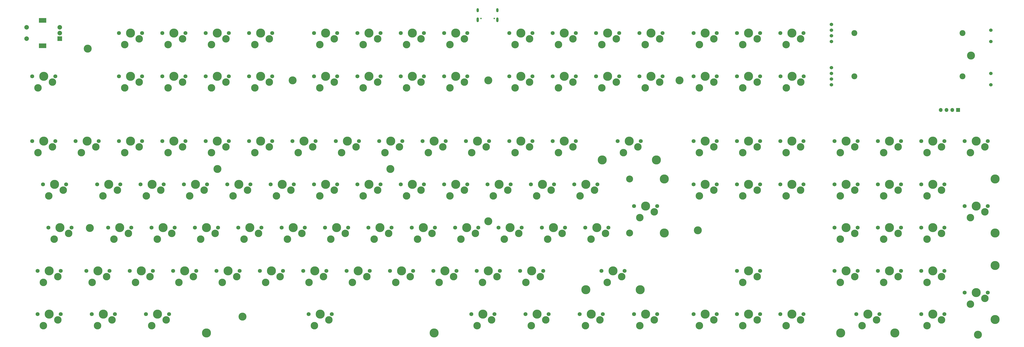
<source format=gbr>
%TF.GenerationSoftware,KiCad,Pcbnew,8.0.8*%
%TF.CreationDate,2025-04-23T12:27:24+02:00*%
%TF.ProjectId,Clavier,436c6176-6965-4722-9e6b-696361645f70,0.0*%
%TF.SameCoordinates,Original*%
%TF.FileFunction,Soldermask,Top*%
%TF.FilePolarity,Negative*%
%FSLAX46Y46*%
G04 Gerber Fmt 4.6, Leading zero omitted, Abs format (unit mm)*
G04 Created by KiCad (PCBNEW 8.0.8) date 2025-04-23 12:27:24*
%MOMM*%
%LPD*%
G01*
G04 APERTURE LIST*
%ADD10C,3.048000*%
%ADD11C,3.987800*%
%ADD12R,2.000000X2.000000*%
%ADD13C,2.000000*%
%ADD14R,3.200000X2.000000*%
%ADD15C,1.524000*%
%ADD16C,2.600000*%
%ADD17C,1.750000*%
%ADD18C,3.300000*%
%ADD19C,3.500000*%
%ADD20R,1.700000X1.700000*%
%ADD21O,1.700000X1.700000*%
%ADD22C,0.650000*%
%ADD23O,1.000000X1.800000*%
%ADD24O,1.000000X2.100000*%
G04 APERTURE END LIST*
D10*
%TO.C,S2*%
X356473750Y-185578750D03*
X356473750Y-209391250D03*
D11*
X371713750Y-185578750D03*
X371713750Y-209391250D03*
%TD*%
%TO.C,S1*%
X344408750Y-177165000D03*
X368221250Y-177165000D03*
%TD*%
%TO.C,S7*%
X449183750Y-253365000D03*
X472996250Y-253365000D03*
%TD*%
D12*
%TO.C,SW3*%
X106140000Y-123785000D03*
D13*
X106140000Y-118785000D03*
X106140000Y-121285000D03*
D14*
X98640000Y-126885000D03*
X98640000Y-115685000D03*
D13*
X91640000Y-118785000D03*
X91640000Y-123785000D03*
%TD*%
D11*
%TO.C,S5*%
X516970000Y-247491250D03*
X516970000Y-223678750D03*
%TD*%
%TO.C,S6*%
X170577500Y-253365000D03*
X270590000Y-253365000D03*
%TD*%
%TO.C,S3*%
X516970000Y-209391250D03*
X516970000Y-185578750D03*
%TD*%
%TO.C,S4*%
X337265000Y-234315000D03*
X361077500Y-234315000D03*
%TD*%
D15*
%TO.C,RV2*%
X445140000Y-139085000D03*
X445140000Y-136585000D03*
X515140000Y-139085000D03*
X445140000Y-144085000D03*
X445140000Y-141585000D03*
X515140000Y-144085000D03*
D16*
X455140000Y-140335000D03*
X502640000Y-140335000D03*
%TD*%
D15*
%TO.C,RV1*%
X445140000Y-120035000D03*
X445140000Y-117535000D03*
X515140000Y-120035000D03*
X445140000Y-125035000D03*
X445140000Y-122535000D03*
X515140000Y-125035000D03*
D16*
X455140000Y-121285000D03*
X502640000Y-121285000D03*
%TD*%
D17*
%TO.C,MX42*%
X284560000Y-168910000D03*
D11*
X289640000Y-168910000D03*
D17*
X294720000Y-168910000D03*
D18*
X293450000Y-171450000D03*
X287100000Y-173990000D03*
%TD*%
D17*
%TO.C,MX60*%
X236935000Y-187960000D03*
D11*
X242015000Y-187960000D03*
D17*
X247095000Y-187960000D03*
D18*
X245825000Y-190500000D03*
X239475000Y-193040000D03*
%TD*%
D17*
%TO.C,MX53*%
X98822500Y-187960000D03*
D11*
X103902500Y-187960000D03*
D17*
X108982500Y-187960000D03*
D18*
X107712500Y-190500000D03*
X101362500Y-193040000D03*
%TD*%
D17*
%TO.C,MX84*%
X298847500Y-207010000D03*
D11*
X303927500Y-207010000D03*
D17*
X309007500Y-207010000D03*
D18*
X307737500Y-209550000D03*
X301387500Y-212090000D03*
%TD*%
D17*
%TO.C,MX30*%
X403622500Y-140335000D03*
D11*
X408702500Y-140335000D03*
D17*
X413782500Y-140335000D03*
D18*
X412512500Y-142875000D03*
X406162500Y-145415000D03*
%TD*%
D17*
%TO.C,MX74*%
X101203750Y-207010000D03*
D11*
X106283750Y-207010000D03*
D17*
X111363750Y-207010000D03*
D18*
X110093750Y-209550000D03*
X103743750Y-212090000D03*
%TD*%
D17*
%TO.C,MX63*%
X294085000Y-187960000D03*
D11*
X299165000Y-187960000D03*
D17*
X304245000Y-187960000D03*
D18*
X302975000Y-190500000D03*
X296625000Y-193040000D03*
%TD*%
D17*
%TO.C,MX15*%
X422672500Y-121285000D03*
D11*
X427752500Y-121285000D03*
D17*
X432832500Y-121285000D03*
D18*
X431562500Y-123825000D03*
X425212500Y-126365000D03*
%TD*%
D17*
%TO.C,MX54*%
X122635000Y-187960000D03*
D11*
X127715000Y-187960000D03*
D17*
X132795000Y-187960000D03*
D18*
X131525000Y-190500000D03*
X125175000Y-193040000D03*
%TD*%
D17*
%TO.C,MX23*%
X255985000Y-140335000D03*
D11*
X261065000Y-140335000D03*
D17*
X266145000Y-140335000D03*
D18*
X264875000Y-142875000D03*
X258525000Y-145415000D03*
%TD*%
D17*
%TO.C,MX22*%
X236935000Y-140335000D03*
D11*
X242015000Y-140335000D03*
D17*
X247095000Y-140335000D03*
D18*
X245825000Y-142875000D03*
X239475000Y-145415000D03*
%TD*%
D17*
%TO.C,MX45*%
X351235000Y-168910000D03*
D11*
X356315000Y-168910000D03*
D17*
X361395000Y-168910000D03*
D18*
X360125000Y-171450000D03*
X353775000Y-173990000D03*
%TD*%
D17*
%TO.C,MX86*%
X336947500Y-207010000D03*
D11*
X342027500Y-207010000D03*
D17*
X347107500Y-207010000D03*
D18*
X345837500Y-209550000D03*
X339487500Y-212090000D03*
%TD*%
D17*
%TO.C,MX28*%
X360760000Y-140335000D03*
D11*
X365840000Y-140335000D03*
D17*
X370920000Y-140335000D03*
D18*
X369650000Y-142875000D03*
X363300000Y-145415000D03*
%TD*%
D17*
%TO.C,MX114*%
X334566250Y-245110000D03*
D11*
X339646250Y-245110000D03*
D17*
X344726250Y-245110000D03*
D18*
X343456250Y-247650000D03*
X337106250Y-250190000D03*
%TD*%
D17*
%TO.C,MX68*%
X403622500Y-187960000D03*
D11*
X408702500Y-187960000D03*
D17*
X413782500Y-187960000D03*
D18*
X412512500Y-190500000D03*
X406162500Y-193040000D03*
%TD*%
D17*
%TO.C,MX115*%
X358378750Y-245110000D03*
D11*
X363458750Y-245110000D03*
D17*
X368538750Y-245110000D03*
D18*
X367268750Y-247650000D03*
X360918750Y-250190000D03*
%TD*%
D17*
%TO.C,MX87*%
X446485000Y-207010000D03*
D11*
X451565000Y-207010000D03*
D17*
X456645000Y-207010000D03*
D18*
X455375000Y-209550000D03*
X449025000Y-212090000D03*
%TD*%
D17*
%TO.C,MX117*%
X403622500Y-245110000D03*
D11*
X408702500Y-245110000D03*
D17*
X413782500Y-245110000D03*
D18*
X412512500Y-247650000D03*
X406162500Y-250190000D03*
%TD*%
D17*
%TO.C,MX20*%
X189310000Y-140335000D03*
D11*
X194390000Y-140335000D03*
D17*
X199470000Y-140335000D03*
D18*
X198200000Y-142875000D03*
X191850000Y-145415000D03*
%TD*%
D19*
%TO.C,H6*%
X294415166Y-142177270D03*
%TD*%
D17*
%TO.C,MX58*%
X198835000Y-187960000D03*
D11*
X203915000Y-187960000D03*
D17*
X208995000Y-187960000D03*
D18*
X207725000Y-190500000D03*
X201375000Y-193040000D03*
%TD*%
D17*
%TO.C,MX101*%
X308372500Y-226060000D03*
D11*
X313452500Y-226060000D03*
D17*
X318532500Y-226060000D03*
D18*
X317262500Y-228600000D03*
X310912500Y-231140000D03*
%TD*%
D17*
%TO.C,MX64*%
X313135000Y-187960000D03*
D11*
X318215000Y-187960000D03*
D17*
X323295000Y-187960000D03*
D18*
X322025000Y-190500000D03*
X315675000Y-193040000D03*
%TD*%
D20*
%TO.C,J2*%
X500715166Y-155177270D03*
D21*
X498175166Y-155177270D03*
X495635166Y-155177270D03*
X493095166Y-155177270D03*
%TD*%
D17*
%TO.C,MX66*%
X358378750Y-197485000D03*
D11*
X363458750Y-197485000D03*
D17*
X368538750Y-197485000D03*
D18*
X367268750Y-200025000D03*
X360918750Y-202565000D03*
%TD*%
D17*
%TO.C,MX95*%
X194072500Y-226060000D03*
D11*
X199152500Y-226060000D03*
D17*
X204232500Y-226060000D03*
D18*
X202962500Y-228600000D03*
X196612500Y-231140000D03*
%TD*%
D17*
%TO.C,MX14*%
X403622500Y-121285000D03*
D11*
X408702500Y-121285000D03*
D17*
X413782500Y-121285000D03*
D18*
X412512500Y-123825000D03*
X406162500Y-126365000D03*
%TD*%
D17*
%TO.C,MX85*%
X317897500Y-207010000D03*
D11*
X322977500Y-207010000D03*
D17*
X328057500Y-207010000D03*
D18*
X326787500Y-209550000D03*
X320437500Y-212090000D03*
%TD*%
D17*
%TO.C,MX99*%
X270272500Y-226060000D03*
D11*
X275352500Y-226060000D03*
D17*
X280432500Y-226060000D03*
D18*
X279162500Y-228600000D03*
X272812500Y-231140000D03*
%TD*%
D17*
%TO.C,MX113*%
X310753750Y-245110000D03*
D11*
X315833750Y-245110000D03*
D17*
X320913750Y-245110000D03*
D18*
X319643750Y-247650000D03*
X313293750Y-250190000D03*
%TD*%
D17*
%TO.C,MX61*%
X255985000Y-187960000D03*
D11*
X261065000Y-187960000D03*
D17*
X266145000Y-187960000D03*
D18*
X264875000Y-190500000D03*
X258525000Y-193040000D03*
%TD*%
D17*
%TO.C,MX1*%
X132160000Y-121285000D03*
D11*
X137240000Y-121285000D03*
D17*
X142320000Y-121285000D03*
D18*
X141050000Y-123825000D03*
X134700000Y-126365000D03*
%TD*%
D17*
%TO.C,MX49*%
X446485000Y-168910000D03*
D11*
X451565000Y-168910000D03*
D17*
X456645000Y-168910000D03*
D18*
X455375000Y-171450000D03*
X449025000Y-173990000D03*
%TD*%
D17*
%TO.C,MX44*%
X322660000Y-168910000D03*
D11*
X327740000Y-168910000D03*
D17*
X332820000Y-168910000D03*
D18*
X331550000Y-171450000D03*
X325200000Y-173990000D03*
%TD*%
D17*
%TO.C,MX116*%
X384572500Y-245110000D03*
D11*
X389652500Y-245110000D03*
D17*
X394732500Y-245110000D03*
D18*
X393462500Y-247650000D03*
X387112500Y-250190000D03*
%TD*%
D19*
%TO.C,H7*%
X294415166Y-204177270D03*
%TD*%
D17*
%TO.C,MX19*%
X170260000Y-140335000D03*
D11*
X175340000Y-140335000D03*
D17*
X180420000Y-140335000D03*
D18*
X179150000Y-142875000D03*
X172800000Y-145415000D03*
%TD*%
D17*
%TO.C,MX10*%
X322660000Y-121285000D03*
D11*
X327740000Y-121285000D03*
D17*
X332820000Y-121285000D03*
D18*
X331550000Y-123825000D03*
X325200000Y-126365000D03*
%TD*%
D17*
%TO.C,MX75*%
X127397500Y-207010000D03*
D11*
X132477500Y-207010000D03*
D17*
X137557500Y-207010000D03*
D18*
X136287500Y-209550000D03*
X129937500Y-212090000D03*
%TD*%
D17*
%TO.C,MX12*%
X360760000Y-121285000D03*
D11*
X365840000Y-121285000D03*
D17*
X370920000Y-121285000D03*
D18*
X369650000Y-123825000D03*
X363300000Y-126365000D03*
%TD*%
D17*
%TO.C,MX37*%
X189310000Y-168910000D03*
D11*
X194390000Y-168910000D03*
D17*
X199470000Y-168910000D03*
D18*
X198200000Y-171450000D03*
X191850000Y-173990000D03*
%TD*%
D17*
%TO.C,MX96*%
X213122500Y-226060000D03*
D11*
X218202500Y-226060000D03*
D17*
X223282500Y-226060000D03*
D18*
X222012500Y-228600000D03*
X215662500Y-231140000D03*
%TD*%
D17*
%TO.C,MX76*%
X146447500Y-207010000D03*
D11*
X151527500Y-207010000D03*
D17*
X156607500Y-207010000D03*
D18*
X155337500Y-209550000D03*
X148987500Y-212090000D03*
%TD*%
D19*
%TO.C,H10*%
X175415166Y-181177270D03*
%TD*%
D17*
%TO.C,MX57*%
X179785000Y-187960000D03*
D11*
X184865000Y-187960000D03*
D17*
X189945000Y-187960000D03*
D18*
X188675000Y-190500000D03*
X182325000Y-193040000D03*
%TD*%
D17*
%TO.C,MX48*%
X422672500Y-168910000D03*
D11*
X427752500Y-168910000D03*
D17*
X432832500Y-168910000D03*
D18*
X431562500Y-171450000D03*
X425212500Y-173990000D03*
%TD*%
D17*
%TO.C,MX73*%
X503635000Y-197485000D03*
D11*
X508715000Y-197485000D03*
D17*
X513795000Y-197485000D03*
D18*
X512525000Y-200025000D03*
X506175000Y-202565000D03*
%TD*%
D17*
%TO.C,MX106*%
X484585000Y-226060000D03*
D11*
X489665000Y-226060000D03*
D17*
X494745000Y-226060000D03*
D18*
X493475000Y-228600000D03*
X487125000Y-231140000D03*
%TD*%
D17*
%TO.C,MX92*%
X136922500Y-226060000D03*
D11*
X142002500Y-226060000D03*
D17*
X147082500Y-226060000D03*
D18*
X145812500Y-228600000D03*
X139462500Y-231140000D03*
%TD*%
D17*
%TO.C,MX89*%
X484585000Y-207010000D03*
D11*
X489665000Y-207010000D03*
D17*
X494745000Y-207010000D03*
D18*
X493475000Y-209550000D03*
X487125000Y-212090000D03*
%TD*%
D17*
%TO.C,MX109*%
X120253750Y-245110000D03*
D11*
X125333750Y-245110000D03*
D17*
X130413750Y-245110000D03*
D18*
X129143750Y-247650000D03*
X122793750Y-250190000D03*
%TD*%
D17*
%TO.C,MX24*%
X275035000Y-140335000D03*
D11*
X280115000Y-140335000D03*
D17*
X285195000Y-140335000D03*
D18*
X283925000Y-142875000D03*
X277575000Y-145415000D03*
%TD*%
D17*
%TO.C,MX110*%
X144066250Y-245110000D03*
D11*
X149146250Y-245110000D03*
D17*
X154226250Y-245110000D03*
D18*
X152956250Y-247650000D03*
X146606250Y-250190000D03*
%TD*%
D17*
%TO.C,MX34*%
X132160000Y-168910000D03*
D11*
X137240000Y-168910000D03*
D17*
X142320000Y-168910000D03*
D18*
X141050000Y-171450000D03*
X134700000Y-173990000D03*
%TD*%
D17*
%TO.C,MX5*%
X217885000Y-121285000D03*
D11*
X222965000Y-121285000D03*
D17*
X228045000Y-121285000D03*
D18*
X226775000Y-123825000D03*
X220425000Y-126365000D03*
%TD*%
D17*
%TO.C,MX31*%
X422720176Y-140335000D03*
D11*
X427800176Y-140335000D03*
D17*
X432880176Y-140335000D03*
D18*
X431610176Y-142875000D03*
X425260176Y-145415000D03*
%TD*%
D19*
%TO.C,H8*%
X208415166Y-142177270D03*
%TD*%
D17*
%TO.C,MX40*%
X246460000Y-168910000D03*
D11*
X251540000Y-168910000D03*
D17*
X256620000Y-168910000D03*
D18*
X255350000Y-171450000D03*
X249000000Y-173990000D03*
%TD*%
D17*
%TO.C,MX82*%
X260747500Y-207010000D03*
D11*
X265827500Y-207010000D03*
D17*
X270907500Y-207010000D03*
D18*
X269637500Y-209550000D03*
X263287500Y-212090000D03*
%TD*%
D17*
%TO.C,MX79*%
X203597500Y-207010000D03*
D11*
X208677500Y-207010000D03*
D17*
X213757500Y-207010000D03*
D18*
X212487500Y-209550000D03*
X206137500Y-212090000D03*
%TD*%
D17*
%TO.C,MX55*%
X141685000Y-187960000D03*
D11*
X146765000Y-187960000D03*
D17*
X151845000Y-187960000D03*
D18*
X150575000Y-190500000D03*
X144225000Y-193040000D03*
%TD*%
D17*
%TO.C,MX56*%
X160735000Y-187960000D03*
D11*
X165815000Y-187960000D03*
D17*
X170895000Y-187960000D03*
D18*
X169625000Y-190500000D03*
X163275000Y-193040000D03*
%TD*%
D19*
%TO.C,H4*%
X506415166Y-131177270D03*
%TD*%
D17*
%TO.C,MX13*%
X384572500Y-121285000D03*
D11*
X389652500Y-121285000D03*
D17*
X394732500Y-121285000D03*
D18*
X393462500Y-123825000D03*
X387112500Y-126365000D03*
%TD*%
D17*
%TO.C,MX71*%
X465535000Y-187960000D03*
D11*
X470615000Y-187960000D03*
D17*
X475695000Y-187960000D03*
D18*
X474425000Y-190500000D03*
X468075000Y-193040000D03*
%TD*%
D19*
%TO.C,H2*%
X118415166Y-128177270D03*
%TD*%
D17*
%TO.C,MX65*%
X332185000Y-187960000D03*
D11*
X337265000Y-187960000D03*
D17*
X342345000Y-187960000D03*
D18*
X341075000Y-190500000D03*
X334725000Y-193040000D03*
%TD*%
D17*
%TO.C,MX90*%
X96441250Y-226060000D03*
D11*
X101521250Y-226060000D03*
D17*
X106601250Y-226060000D03*
D18*
X105331250Y-228600000D03*
X98981250Y-231140000D03*
%TD*%
D17*
%TO.C,MX120*%
X484585000Y-245110000D03*
D11*
X489665000Y-245110000D03*
D17*
X494745000Y-245110000D03*
D18*
X493475000Y-247650000D03*
X487125000Y-250190000D03*
%TD*%
D17*
%TO.C,MX11*%
X341710000Y-121285000D03*
D11*
X346790000Y-121285000D03*
D17*
X351870000Y-121285000D03*
D18*
X350600000Y-123825000D03*
X344250000Y-126365000D03*
%TD*%
D19*
%TO.C,H11*%
X378415166Y-142177270D03*
%TD*%
%TO.C,H12*%
X251415166Y-181177270D03*
%TD*%
D17*
%TO.C,MX2*%
X151210000Y-121285000D03*
D11*
X156290000Y-121285000D03*
D17*
X161370000Y-121285000D03*
D18*
X160100000Y-123825000D03*
X153750000Y-126365000D03*
%TD*%
D17*
%TO.C,MX93*%
X155972500Y-226060000D03*
D11*
X161052500Y-226060000D03*
D17*
X166132500Y-226060000D03*
D18*
X164862500Y-228600000D03*
X158512500Y-231140000D03*
%TD*%
D17*
%TO.C,MX59*%
X217885000Y-187960000D03*
D11*
X222965000Y-187960000D03*
D17*
X228045000Y-187960000D03*
D18*
X226775000Y-190500000D03*
X220425000Y-193040000D03*
%TD*%
D17*
%TO.C,MX39*%
X227410000Y-168910000D03*
D11*
X232490000Y-168910000D03*
D17*
X237570000Y-168910000D03*
D18*
X236300000Y-171450000D03*
X229950000Y-173990000D03*
%TD*%
D17*
%TO.C,MX77*%
X165497500Y-207010000D03*
D11*
X170577500Y-207010000D03*
D17*
X175657500Y-207010000D03*
D18*
X174387500Y-209550000D03*
X168037500Y-212090000D03*
%TD*%
D19*
%TO.C,H3*%
X509414200Y-254178000D03*
%TD*%
D17*
%TO.C,MX18*%
X151210000Y-140335000D03*
D11*
X156290000Y-140335000D03*
D17*
X161370000Y-140335000D03*
D18*
X160100000Y-142875000D03*
X153750000Y-145415000D03*
%TD*%
D17*
%TO.C,MX17*%
X132160000Y-140335000D03*
D11*
X137240000Y-140335000D03*
D17*
X142320000Y-140335000D03*
D18*
X141050000Y-142875000D03*
X134700000Y-145415000D03*
%TD*%
D17*
%TO.C,MX50*%
X465535000Y-168910000D03*
D11*
X470615000Y-168910000D03*
D17*
X475695000Y-168910000D03*
D18*
X474425000Y-171450000D03*
X468075000Y-173990000D03*
%TD*%
D17*
%TO.C,MX41*%
X265510000Y-168910000D03*
D11*
X270590000Y-168910000D03*
D17*
X275670000Y-168910000D03*
D18*
X274400000Y-171450000D03*
X268050000Y-173990000D03*
%TD*%
D17*
%TO.C,MX103*%
X403622500Y-226060000D03*
D11*
X408702500Y-226060000D03*
D17*
X413782500Y-226060000D03*
D18*
X412512500Y-228600000D03*
X406162500Y-231140000D03*
%TD*%
D17*
%TO.C,MX78*%
X184547500Y-207010000D03*
D11*
X189627500Y-207010000D03*
D17*
X194707500Y-207010000D03*
D18*
X193437500Y-209550000D03*
X187087500Y-212090000D03*
%TD*%
D17*
%TO.C,MX70*%
X446485000Y-187960000D03*
D11*
X451565000Y-187960000D03*
D17*
X456645000Y-187960000D03*
D18*
X455375000Y-190500000D03*
X449025000Y-193040000D03*
%TD*%
D17*
%TO.C,MX43*%
X303610000Y-168910000D03*
D11*
X308690000Y-168910000D03*
D17*
X313770000Y-168910000D03*
D18*
X312500000Y-171450000D03*
X306150000Y-173990000D03*
%TD*%
D17*
%TO.C,MX98*%
X251222500Y-226060000D03*
D11*
X256302500Y-226060000D03*
D17*
X261382500Y-226060000D03*
D18*
X260112500Y-228600000D03*
X253762500Y-231140000D03*
%TD*%
D19*
%TO.C,H9*%
X119415166Y-207177270D03*
%TD*%
D17*
%TO.C,MX104*%
X446485000Y-226060000D03*
D11*
X451565000Y-226060000D03*
D17*
X456645000Y-226060000D03*
D18*
X455375000Y-228600000D03*
X449025000Y-231140000D03*
%TD*%
D17*
%TO.C,MX100*%
X289322500Y-226060000D03*
D11*
X294402500Y-226060000D03*
D17*
X299482500Y-226060000D03*
D18*
X298212500Y-228600000D03*
X291862500Y-231140000D03*
%TD*%
D17*
%TO.C,MX52*%
X503635000Y-168910000D03*
D11*
X508715000Y-168910000D03*
D17*
X513795000Y-168910000D03*
D18*
X512525000Y-171450000D03*
X506175000Y-173990000D03*
%TD*%
D17*
%TO.C,MX72*%
X484585000Y-187960000D03*
D11*
X489665000Y-187960000D03*
D17*
X494745000Y-187960000D03*
D18*
X493475000Y-190500000D03*
X487125000Y-193040000D03*
%TD*%
D17*
%TO.C,MX9*%
X303610000Y-121285000D03*
D11*
X308690000Y-121285000D03*
D17*
X313770000Y-121285000D03*
D18*
X312500000Y-123825000D03*
X306150000Y-126365000D03*
%TD*%
D17*
%TO.C,MX94*%
X175022500Y-226060000D03*
D11*
X180102500Y-226060000D03*
D17*
X185182500Y-226060000D03*
D18*
X183912500Y-228600000D03*
X177562500Y-231140000D03*
%TD*%
D17*
%TO.C,MX26*%
X322660000Y-140335000D03*
D11*
X327740000Y-140335000D03*
D17*
X332820000Y-140335000D03*
D18*
X331550000Y-142875000D03*
X325200000Y-145415000D03*
%TD*%
D17*
%TO.C,MX97*%
X232172500Y-226060000D03*
D11*
X237252500Y-226060000D03*
D17*
X242332500Y-226060000D03*
D18*
X241062500Y-228600000D03*
X234712500Y-231140000D03*
%TD*%
D17*
%TO.C,MX7*%
X255985000Y-121285000D03*
D11*
X261065000Y-121285000D03*
D17*
X266145000Y-121285000D03*
D18*
X264875000Y-123825000D03*
X258525000Y-126365000D03*
%TD*%
D17*
%TO.C,MX51*%
X484585000Y-168910000D03*
D11*
X489665000Y-168910000D03*
D17*
X494745000Y-168910000D03*
D18*
X493475000Y-171450000D03*
X487125000Y-173990000D03*
%TD*%
D17*
%TO.C,MX88*%
X465535000Y-207010000D03*
D11*
X470615000Y-207010000D03*
D17*
X475695000Y-207010000D03*
D18*
X474425000Y-209550000D03*
X468075000Y-212090000D03*
%TD*%
D17*
%TO.C,MX35*%
X151210000Y-168910000D03*
D11*
X156290000Y-168910000D03*
D17*
X161370000Y-168910000D03*
D18*
X160100000Y-171450000D03*
X153750000Y-173990000D03*
%TD*%
D17*
%TO.C,MX16*%
X94060000Y-140335000D03*
D11*
X99140000Y-140335000D03*
D17*
X104220000Y-140335000D03*
D18*
X102950000Y-142875000D03*
X96600000Y-145415000D03*
%TD*%
D17*
%TO.C,MX83*%
X279797500Y-207010000D03*
D11*
X284877500Y-207010000D03*
D17*
X289957500Y-207010000D03*
D18*
X288687500Y-209550000D03*
X282337500Y-212090000D03*
%TD*%
D17*
%TO.C,MX3*%
X170260000Y-121285000D03*
D11*
X175340000Y-121285000D03*
D17*
X180420000Y-121285000D03*
D18*
X179150000Y-123825000D03*
X172800000Y-126365000D03*
%TD*%
D19*
%TO.C,H5*%
X386415166Y-208176570D03*
%TD*%
D17*
%TO.C,MX108*%
X96441250Y-245110000D03*
D11*
X101521250Y-245110000D03*
D17*
X106601250Y-245110000D03*
D18*
X105331250Y-247650000D03*
X98981250Y-250190000D03*
%TD*%
D19*
%TO.C,H1*%
X186415166Y-246177270D03*
%TD*%
D17*
%TO.C,MX67*%
X384572500Y-187960000D03*
D11*
X389652500Y-187960000D03*
D17*
X394732500Y-187960000D03*
D18*
X393462500Y-190500000D03*
X387112500Y-193040000D03*
%TD*%
D17*
%TO.C,MX102*%
X344091250Y-226060000D03*
D11*
X349171250Y-226060000D03*
D17*
X354251250Y-226060000D03*
D18*
X352981250Y-228600000D03*
X346631250Y-231140000D03*
%TD*%
D17*
%TO.C,MX62*%
X275035000Y-187960000D03*
D11*
X280115000Y-187960000D03*
D17*
X285195000Y-187960000D03*
D18*
X283925000Y-190500000D03*
X277575000Y-193040000D03*
%TD*%
D22*
%TO.C,J1*%
X291202471Y-114912529D03*
X296982471Y-114912529D03*
D23*
X289772471Y-111232529D03*
D24*
X289772471Y-115432529D03*
D23*
X298412471Y-111232529D03*
D24*
X298412471Y-115432529D03*
%TD*%
D17*
%TO.C,MX36*%
X170260000Y-168910000D03*
D11*
X175340000Y-168910000D03*
D17*
X180420000Y-168910000D03*
D18*
X179150000Y-171450000D03*
X172800000Y-173990000D03*
%TD*%
D17*
%TO.C,MX119*%
X456010000Y-245110000D03*
D11*
X461090000Y-245110000D03*
D17*
X466170000Y-245110000D03*
D18*
X464900000Y-247650000D03*
X458550000Y-250190000D03*
%TD*%
D17*
%TO.C,MX32*%
X94060000Y-168910000D03*
D11*
X99140000Y-168910000D03*
D17*
X104220000Y-168910000D03*
D18*
X102950000Y-171450000D03*
X96600000Y-173990000D03*
%TD*%
D17*
%TO.C,MX4*%
X189310000Y-121285000D03*
D11*
X194390000Y-121285000D03*
D17*
X199470000Y-121285000D03*
D18*
X198200000Y-123825000D03*
X191850000Y-126365000D03*
%TD*%
D17*
%TO.C,MX118*%
X422672500Y-245110000D03*
D11*
X427752500Y-245110000D03*
D17*
X432832500Y-245110000D03*
D18*
X431562500Y-247650000D03*
X425212500Y-250190000D03*
%TD*%
D17*
%TO.C,MX81*%
X241697500Y-207010000D03*
D11*
X246777500Y-207010000D03*
D17*
X251857500Y-207010000D03*
D18*
X250587500Y-209550000D03*
X244237500Y-212090000D03*
%TD*%
D17*
%TO.C,MX21*%
X217885000Y-140335000D03*
D11*
X222965000Y-140335000D03*
D17*
X228045000Y-140335000D03*
D18*
X226775000Y-142875000D03*
X220425000Y-145415000D03*
%TD*%
D17*
%TO.C,MX112*%
X286941250Y-245110000D03*
D11*
X292021250Y-245110000D03*
D17*
X297101250Y-245110000D03*
D18*
X295831250Y-247650000D03*
X289481250Y-250190000D03*
%TD*%
D17*
%TO.C,MX69*%
X422672500Y-187960000D03*
D11*
X427752500Y-187960000D03*
D17*
X432832500Y-187960000D03*
D18*
X431562500Y-190500000D03*
X425212500Y-193040000D03*
%TD*%
D17*
%TO.C,MX6*%
X236935000Y-121285000D03*
D11*
X242015000Y-121285000D03*
D17*
X247095000Y-121285000D03*
D18*
X245825000Y-123825000D03*
X239475000Y-126365000D03*
%TD*%
D17*
%TO.C,MX80*%
X222647500Y-207010000D03*
D11*
X227727500Y-207010000D03*
D17*
X232807500Y-207010000D03*
D18*
X231537500Y-209550000D03*
X225187500Y-212090000D03*
%TD*%
D17*
%TO.C,MX46*%
X384572500Y-168910000D03*
D11*
X389652500Y-168910000D03*
D17*
X394732500Y-168910000D03*
D18*
X393462500Y-171450000D03*
X387112500Y-173990000D03*
%TD*%
D17*
%TO.C,MX38*%
X208360000Y-168910000D03*
D11*
X213440000Y-168910000D03*
D17*
X218520000Y-168910000D03*
D18*
X217250000Y-171450000D03*
X210900000Y-173990000D03*
%TD*%
D17*
%TO.C,MX33*%
X113110000Y-168910000D03*
D11*
X118190000Y-168910000D03*
D17*
X123270000Y-168910000D03*
D18*
X122000000Y-171450000D03*
X115650000Y-173990000D03*
%TD*%
D17*
%TO.C,MX111*%
X215503750Y-245110000D03*
D11*
X220583750Y-245110000D03*
D17*
X225663750Y-245110000D03*
D18*
X224393750Y-247650000D03*
X218043750Y-250190000D03*
%TD*%
D17*
%TO.C,MX105*%
X465535000Y-226060000D03*
D11*
X470615000Y-226060000D03*
D17*
X475695000Y-226060000D03*
D18*
X474425000Y-228600000D03*
X468075000Y-231140000D03*
%TD*%
D17*
%TO.C,MX91*%
X117872500Y-226060000D03*
D11*
X122952500Y-226060000D03*
D17*
X128032500Y-226060000D03*
D18*
X126762500Y-228600000D03*
X120412500Y-231140000D03*
%TD*%
D17*
%TO.C,MX8*%
X275035000Y-121285000D03*
D11*
X280115000Y-121285000D03*
D17*
X285195000Y-121285000D03*
D18*
X283925000Y-123825000D03*
X277575000Y-126365000D03*
%TD*%
D17*
%TO.C,MX25*%
X303610000Y-140335000D03*
D11*
X308690000Y-140335000D03*
D17*
X313770000Y-140335000D03*
D18*
X312500000Y-142875000D03*
X306150000Y-145415000D03*
%TD*%
D17*
%TO.C,MX27*%
X341710000Y-140335000D03*
D11*
X346790000Y-140335000D03*
D17*
X351870000Y-140335000D03*
D18*
X350600000Y-142875000D03*
X344250000Y-145415000D03*
%TD*%
D17*
%TO.C,MX47*%
X403622500Y-168910000D03*
D11*
X408702500Y-168910000D03*
D17*
X413782500Y-168910000D03*
D18*
X412512500Y-171450000D03*
X406162500Y-173990000D03*
%TD*%
D17*
%TO.C,MX29*%
X384572500Y-140335000D03*
D11*
X389652500Y-140335000D03*
D17*
X394732500Y-140335000D03*
D18*
X393462500Y-142875000D03*
X387112500Y-145415000D03*
%TD*%
D17*
%TO.C,MX107*%
X503635000Y-235585000D03*
D11*
X508715000Y-235585000D03*
D17*
X513795000Y-235585000D03*
D18*
X512525000Y-238125000D03*
X506175000Y-240665000D03*
%TD*%
M02*

</source>
